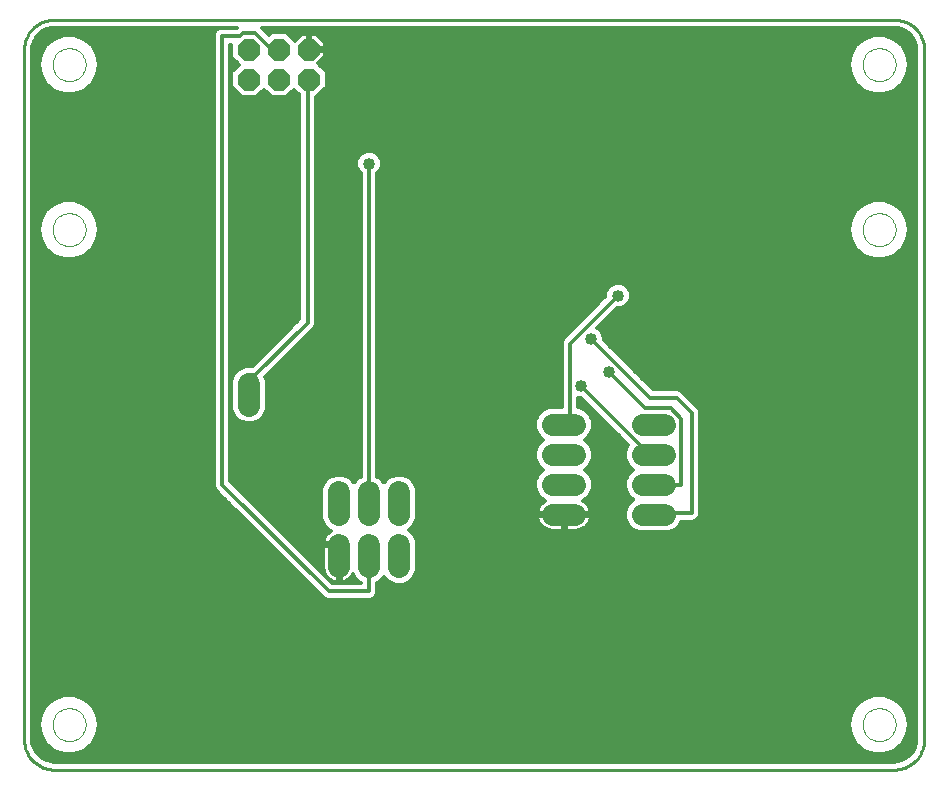
<source format=gtl>
G75*
G70*
%OFA0B0*%
%FSLAX24Y24*%
%IPPOS*%
%LPD*%
%AMOC8*
5,1,8,0,0,1.08239X$1,22.5*
%
%ADD10C,0.0100*%
%ADD11OC8,0.0740*%
%ADD12C,0.0000*%
%ADD13C,0.0740*%
%ADD14C,0.0120*%
%ADD15C,0.0400*%
D10*
X006000Y002913D02*
X006000Y025913D01*
X006002Y025973D01*
X006007Y026034D01*
X006016Y026093D01*
X006029Y026152D01*
X006045Y026211D01*
X006065Y026268D01*
X006088Y026323D01*
X006115Y026378D01*
X006144Y026430D01*
X006177Y026481D01*
X006213Y026530D01*
X006251Y026576D01*
X006293Y026620D01*
X006337Y026662D01*
X006383Y026700D01*
X006432Y026736D01*
X006483Y026769D01*
X006535Y026798D01*
X006590Y026825D01*
X006645Y026848D01*
X006702Y026868D01*
X006761Y026884D01*
X006820Y026897D01*
X006879Y026906D01*
X006940Y026911D01*
X007000Y026913D01*
X035000Y026913D01*
X035060Y026911D01*
X035121Y026906D01*
X035180Y026897D01*
X035239Y026884D01*
X035298Y026868D01*
X035355Y026848D01*
X035410Y026825D01*
X035465Y026798D01*
X035517Y026769D01*
X035568Y026736D01*
X035617Y026700D01*
X035663Y026662D01*
X035707Y026620D01*
X035749Y026576D01*
X035787Y026530D01*
X035823Y026481D01*
X035856Y026430D01*
X035885Y026378D01*
X035912Y026323D01*
X035935Y026268D01*
X035955Y026211D01*
X035971Y026152D01*
X035984Y026093D01*
X035993Y026034D01*
X035998Y025973D01*
X036000Y025913D01*
X036000Y002913D01*
X035998Y002853D01*
X035993Y002792D01*
X035984Y002733D01*
X035971Y002674D01*
X035955Y002615D01*
X035935Y002558D01*
X035912Y002503D01*
X035885Y002448D01*
X035856Y002396D01*
X035823Y002345D01*
X035787Y002296D01*
X035749Y002250D01*
X035707Y002206D01*
X035663Y002164D01*
X035617Y002126D01*
X035568Y002090D01*
X035517Y002057D01*
X035465Y002028D01*
X035410Y002001D01*
X035355Y001978D01*
X035298Y001958D01*
X035239Y001942D01*
X035180Y001929D01*
X035121Y001920D01*
X035060Y001915D01*
X035000Y001913D01*
X007000Y001913D01*
X006940Y001915D01*
X006879Y001920D01*
X006820Y001929D01*
X006761Y001942D01*
X006702Y001958D01*
X006645Y001978D01*
X006590Y002001D01*
X006535Y002028D01*
X006483Y002057D01*
X006432Y002090D01*
X006383Y002126D01*
X006337Y002164D01*
X006293Y002206D01*
X006251Y002250D01*
X006213Y002296D01*
X006177Y002345D01*
X006144Y002396D01*
X006115Y002448D01*
X006088Y002503D01*
X006065Y002558D01*
X006045Y002615D01*
X006029Y002674D01*
X006016Y002733D01*
X006007Y002792D01*
X006002Y002853D01*
X006000Y002913D01*
D11*
X013500Y024913D03*
X014500Y024913D03*
X015500Y024913D03*
X015500Y025913D03*
X014500Y025913D03*
X013500Y025913D03*
D12*
X006950Y025413D02*
X006952Y025460D01*
X006958Y025506D01*
X006968Y025552D01*
X006981Y025596D01*
X006999Y025640D01*
X007020Y025681D01*
X007044Y025721D01*
X007072Y025759D01*
X007103Y025794D01*
X007137Y025826D01*
X007173Y025855D01*
X007212Y025881D01*
X007252Y025904D01*
X007295Y025923D01*
X007339Y025939D01*
X007384Y025951D01*
X007430Y025959D01*
X007477Y025963D01*
X007523Y025963D01*
X007570Y025959D01*
X007616Y025951D01*
X007661Y025939D01*
X007705Y025923D01*
X007748Y025904D01*
X007788Y025881D01*
X007827Y025855D01*
X007863Y025826D01*
X007897Y025794D01*
X007928Y025759D01*
X007956Y025721D01*
X007980Y025681D01*
X008001Y025640D01*
X008019Y025596D01*
X008032Y025552D01*
X008042Y025506D01*
X008048Y025460D01*
X008050Y025413D01*
X008048Y025366D01*
X008042Y025320D01*
X008032Y025274D01*
X008019Y025230D01*
X008001Y025186D01*
X007980Y025145D01*
X007956Y025105D01*
X007928Y025067D01*
X007897Y025032D01*
X007863Y025000D01*
X007827Y024971D01*
X007788Y024945D01*
X007748Y024922D01*
X007705Y024903D01*
X007661Y024887D01*
X007616Y024875D01*
X007570Y024867D01*
X007523Y024863D01*
X007477Y024863D01*
X007430Y024867D01*
X007384Y024875D01*
X007339Y024887D01*
X007295Y024903D01*
X007252Y024922D01*
X007212Y024945D01*
X007173Y024971D01*
X007137Y025000D01*
X007103Y025032D01*
X007072Y025067D01*
X007044Y025105D01*
X007020Y025145D01*
X006999Y025186D01*
X006981Y025230D01*
X006968Y025274D01*
X006958Y025320D01*
X006952Y025366D01*
X006950Y025413D01*
X006950Y019913D02*
X006952Y019960D01*
X006958Y020006D01*
X006968Y020052D01*
X006981Y020096D01*
X006999Y020140D01*
X007020Y020181D01*
X007044Y020221D01*
X007072Y020259D01*
X007103Y020294D01*
X007137Y020326D01*
X007173Y020355D01*
X007212Y020381D01*
X007252Y020404D01*
X007295Y020423D01*
X007339Y020439D01*
X007384Y020451D01*
X007430Y020459D01*
X007477Y020463D01*
X007523Y020463D01*
X007570Y020459D01*
X007616Y020451D01*
X007661Y020439D01*
X007705Y020423D01*
X007748Y020404D01*
X007788Y020381D01*
X007827Y020355D01*
X007863Y020326D01*
X007897Y020294D01*
X007928Y020259D01*
X007956Y020221D01*
X007980Y020181D01*
X008001Y020140D01*
X008019Y020096D01*
X008032Y020052D01*
X008042Y020006D01*
X008048Y019960D01*
X008050Y019913D01*
X008048Y019866D01*
X008042Y019820D01*
X008032Y019774D01*
X008019Y019730D01*
X008001Y019686D01*
X007980Y019645D01*
X007956Y019605D01*
X007928Y019567D01*
X007897Y019532D01*
X007863Y019500D01*
X007827Y019471D01*
X007788Y019445D01*
X007748Y019422D01*
X007705Y019403D01*
X007661Y019387D01*
X007616Y019375D01*
X007570Y019367D01*
X007523Y019363D01*
X007477Y019363D01*
X007430Y019367D01*
X007384Y019375D01*
X007339Y019387D01*
X007295Y019403D01*
X007252Y019422D01*
X007212Y019445D01*
X007173Y019471D01*
X007137Y019500D01*
X007103Y019532D01*
X007072Y019567D01*
X007044Y019605D01*
X007020Y019645D01*
X006999Y019686D01*
X006981Y019730D01*
X006968Y019774D01*
X006958Y019820D01*
X006952Y019866D01*
X006950Y019913D01*
X006950Y003413D02*
X006952Y003460D01*
X006958Y003506D01*
X006968Y003552D01*
X006981Y003596D01*
X006999Y003640D01*
X007020Y003681D01*
X007044Y003721D01*
X007072Y003759D01*
X007103Y003794D01*
X007137Y003826D01*
X007173Y003855D01*
X007212Y003881D01*
X007252Y003904D01*
X007295Y003923D01*
X007339Y003939D01*
X007384Y003951D01*
X007430Y003959D01*
X007477Y003963D01*
X007523Y003963D01*
X007570Y003959D01*
X007616Y003951D01*
X007661Y003939D01*
X007705Y003923D01*
X007748Y003904D01*
X007788Y003881D01*
X007827Y003855D01*
X007863Y003826D01*
X007897Y003794D01*
X007928Y003759D01*
X007956Y003721D01*
X007980Y003681D01*
X008001Y003640D01*
X008019Y003596D01*
X008032Y003552D01*
X008042Y003506D01*
X008048Y003460D01*
X008050Y003413D01*
X008048Y003366D01*
X008042Y003320D01*
X008032Y003274D01*
X008019Y003230D01*
X008001Y003186D01*
X007980Y003145D01*
X007956Y003105D01*
X007928Y003067D01*
X007897Y003032D01*
X007863Y003000D01*
X007827Y002971D01*
X007788Y002945D01*
X007748Y002922D01*
X007705Y002903D01*
X007661Y002887D01*
X007616Y002875D01*
X007570Y002867D01*
X007523Y002863D01*
X007477Y002863D01*
X007430Y002867D01*
X007384Y002875D01*
X007339Y002887D01*
X007295Y002903D01*
X007252Y002922D01*
X007212Y002945D01*
X007173Y002971D01*
X007137Y003000D01*
X007103Y003032D01*
X007072Y003067D01*
X007044Y003105D01*
X007020Y003145D01*
X006999Y003186D01*
X006981Y003230D01*
X006968Y003274D01*
X006958Y003320D01*
X006952Y003366D01*
X006950Y003413D01*
X033950Y003413D02*
X033952Y003460D01*
X033958Y003506D01*
X033968Y003552D01*
X033981Y003596D01*
X033999Y003640D01*
X034020Y003681D01*
X034044Y003721D01*
X034072Y003759D01*
X034103Y003794D01*
X034137Y003826D01*
X034173Y003855D01*
X034212Y003881D01*
X034252Y003904D01*
X034295Y003923D01*
X034339Y003939D01*
X034384Y003951D01*
X034430Y003959D01*
X034477Y003963D01*
X034523Y003963D01*
X034570Y003959D01*
X034616Y003951D01*
X034661Y003939D01*
X034705Y003923D01*
X034748Y003904D01*
X034788Y003881D01*
X034827Y003855D01*
X034863Y003826D01*
X034897Y003794D01*
X034928Y003759D01*
X034956Y003721D01*
X034980Y003681D01*
X035001Y003640D01*
X035019Y003596D01*
X035032Y003552D01*
X035042Y003506D01*
X035048Y003460D01*
X035050Y003413D01*
X035048Y003366D01*
X035042Y003320D01*
X035032Y003274D01*
X035019Y003230D01*
X035001Y003186D01*
X034980Y003145D01*
X034956Y003105D01*
X034928Y003067D01*
X034897Y003032D01*
X034863Y003000D01*
X034827Y002971D01*
X034788Y002945D01*
X034748Y002922D01*
X034705Y002903D01*
X034661Y002887D01*
X034616Y002875D01*
X034570Y002867D01*
X034523Y002863D01*
X034477Y002863D01*
X034430Y002867D01*
X034384Y002875D01*
X034339Y002887D01*
X034295Y002903D01*
X034252Y002922D01*
X034212Y002945D01*
X034173Y002971D01*
X034137Y003000D01*
X034103Y003032D01*
X034072Y003067D01*
X034044Y003105D01*
X034020Y003145D01*
X033999Y003186D01*
X033981Y003230D01*
X033968Y003274D01*
X033958Y003320D01*
X033952Y003366D01*
X033950Y003413D01*
X033950Y019913D02*
X033952Y019960D01*
X033958Y020006D01*
X033968Y020052D01*
X033981Y020096D01*
X033999Y020140D01*
X034020Y020181D01*
X034044Y020221D01*
X034072Y020259D01*
X034103Y020294D01*
X034137Y020326D01*
X034173Y020355D01*
X034212Y020381D01*
X034252Y020404D01*
X034295Y020423D01*
X034339Y020439D01*
X034384Y020451D01*
X034430Y020459D01*
X034477Y020463D01*
X034523Y020463D01*
X034570Y020459D01*
X034616Y020451D01*
X034661Y020439D01*
X034705Y020423D01*
X034748Y020404D01*
X034788Y020381D01*
X034827Y020355D01*
X034863Y020326D01*
X034897Y020294D01*
X034928Y020259D01*
X034956Y020221D01*
X034980Y020181D01*
X035001Y020140D01*
X035019Y020096D01*
X035032Y020052D01*
X035042Y020006D01*
X035048Y019960D01*
X035050Y019913D01*
X035048Y019866D01*
X035042Y019820D01*
X035032Y019774D01*
X035019Y019730D01*
X035001Y019686D01*
X034980Y019645D01*
X034956Y019605D01*
X034928Y019567D01*
X034897Y019532D01*
X034863Y019500D01*
X034827Y019471D01*
X034788Y019445D01*
X034748Y019422D01*
X034705Y019403D01*
X034661Y019387D01*
X034616Y019375D01*
X034570Y019367D01*
X034523Y019363D01*
X034477Y019363D01*
X034430Y019367D01*
X034384Y019375D01*
X034339Y019387D01*
X034295Y019403D01*
X034252Y019422D01*
X034212Y019445D01*
X034173Y019471D01*
X034137Y019500D01*
X034103Y019532D01*
X034072Y019567D01*
X034044Y019605D01*
X034020Y019645D01*
X033999Y019686D01*
X033981Y019730D01*
X033968Y019774D01*
X033958Y019820D01*
X033952Y019866D01*
X033950Y019913D01*
X033950Y025413D02*
X033952Y025460D01*
X033958Y025506D01*
X033968Y025552D01*
X033981Y025596D01*
X033999Y025640D01*
X034020Y025681D01*
X034044Y025721D01*
X034072Y025759D01*
X034103Y025794D01*
X034137Y025826D01*
X034173Y025855D01*
X034212Y025881D01*
X034252Y025904D01*
X034295Y025923D01*
X034339Y025939D01*
X034384Y025951D01*
X034430Y025959D01*
X034477Y025963D01*
X034523Y025963D01*
X034570Y025959D01*
X034616Y025951D01*
X034661Y025939D01*
X034705Y025923D01*
X034748Y025904D01*
X034788Y025881D01*
X034827Y025855D01*
X034863Y025826D01*
X034897Y025794D01*
X034928Y025759D01*
X034956Y025721D01*
X034980Y025681D01*
X035001Y025640D01*
X035019Y025596D01*
X035032Y025552D01*
X035042Y025506D01*
X035048Y025460D01*
X035050Y025413D01*
X035048Y025366D01*
X035042Y025320D01*
X035032Y025274D01*
X035019Y025230D01*
X035001Y025186D01*
X034980Y025145D01*
X034956Y025105D01*
X034928Y025067D01*
X034897Y025032D01*
X034863Y025000D01*
X034827Y024971D01*
X034788Y024945D01*
X034748Y024922D01*
X034705Y024903D01*
X034661Y024887D01*
X034616Y024875D01*
X034570Y024867D01*
X034523Y024863D01*
X034477Y024863D01*
X034430Y024867D01*
X034384Y024875D01*
X034339Y024887D01*
X034295Y024903D01*
X034252Y024922D01*
X034212Y024945D01*
X034173Y024971D01*
X034137Y025000D01*
X034103Y025032D01*
X034072Y025067D01*
X034044Y025105D01*
X034020Y025145D01*
X033999Y025186D01*
X033981Y025230D01*
X033968Y025274D01*
X033958Y025320D01*
X033952Y025366D01*
X033950Y025413D01*
D13*
X027370Y013413D02*
X026630Y013413D01*
X026630Y012413D02*
X027370Y012413D01*
X027370Y011413D02*
X026630Y011413D01*
X026630Y010413D02*
X027370Y010413D01*
X024370Y010413D02*
X023630Y010413D01*
X023630Y011413D02*
X024370Y011413D01*
X024370Y012413D02*
X023630Y012413D01*
X023630Y013413D02*
X024370Y013413D01*
X018500Y011153D02*
X018500Y010413D01*
X017500Y010413D02*
X017500Y011153D01*
X016500Y011153D02*
X016500Y010413D01*
X016500Y009413D02*
X016500Y008673D01*
X017500Y008673D02*
X017500Y009413D01*
X018500Y009413D02*
X018500Y008673D01*
X013500Y014043D02*
X013500Y014783D01*
D14*
X013500Y015063D02*
X013500Y014413D01*
X014090Y014355D02*
X017220Y014355D01*
X017220Y014237D02*
X014090Y014237D01*
X014090Y014118D02*
X017220Y014118D01*
X017220Y014000D02*
X014090Y014000D01*
X014090Y013925D02*
X014090Y014900D01*
X014044Y015011D01*
X015609Y016575D01*
X015687Y016654D01*
X015730Y016757D01*
X015730Y024323D01*
X015744Y024323D01*
X016090Y024668D01*
X016090Y025157D01*
X015792Y025455D01*
X016030Y025693D01*
X016030Y025873D01*
X015540Y025873D01*
X015540Y025953D01*
X015460Y025953D01*
X015460Y026443D01*
X015280Y026443D01*
X015042Y026205D01*
X015043Y026205D01*
X015042Y026205D02*
X014744Y026503D01*
X014256Y026503D01*
X014156Y026403D01*
X013916Y026643D01*
X035000Y026643D01*
X035114Y026634D01*
X035331Y026563D01*
X035516Y026429D01*
X035650Y026244D01*
X035721Y026027D01*
X035730Y025913D01*
X035730Y002913D01*
X035721Y002798D01*
X035650Y002581D01*
X035516Y002396D01*
X035331Y002262D01*
X035114Y002192D01*
X035000Y002183D01*
X007000Y002183D01*
X006886Y002192D01*
X006669Y002262D01*
X006484Y002396D01*
X006350Y002581D01*
X006279Y002798D01*
X006270Y002913D01*
X006270Y025913D01*
X006279Y026027D01*
X006350Y026244D01*
X006484Y026429D01*
X006669Y026563D01*
X006886Y026634D01*
X007000Y026643D01*
X013084Y026643D01*
X013084Y026643D01*
X012544Y026643D01*
X012441Y026600D01*
X012363Y026521D01*
X012320Y026418D01*
X012320Y011357D01*
X012363Y011254D01*
X012441Y011175D01*
X015991Y007625D01*
X016094Y007583D01*
X017556Y007583D01*
X017659Y007625D01*
X017737Y007704D01*
X017780Y007807D01*
X017780Y008150D01*
X017834Y008172D01*
X018000Y008338D01*
X018166Y008172D01*
X018383Y008083D01*
X018617Y008083D01*
X018834Y008172D01*
X019000Y008338D01*
X019090Y008555D01*
X019090Y009530D01*
X019000Y009747D01*
X018834Y009913D01*
X019000Y010078D01*
X019090Y010295D01*
X019090Y011270D01*
X019000Y011487D01*
X018834Y011653D01*
X018617Y011743D01*
X018383Y011743D01*
X018166Y011653D01*
X018000Y011487D01*
X017834Y011653D01*
X017780Y011675D01*
X017780Y021799D01*
X017856Y021875D01*
X017920Y022029D01*
X017920Y022196D01*
X017856Y022351D01*
X017738Y022469D01*
X017584Y022533D01*
X017416Y022533D01*
X017262Y022469D01*
X017144Y022351D01*
X017080Y022196D01*
X017080Y022029D01*
X017144Y021875D01*
X017220Y021799D01*
X017220Y011675D01*
X017166Y011653D01*
X017000Y011487D01*
X016834Y011653D01*
X016617Y011743D01*
X016383Y011743D01*
X016166Y011653D01*
X016000Y011487D01*
X015910Y011270D01*
X015910Y010295D01*
X016000Y010078D01*
X016166Y009912D01*
X016247Y009879D01*
X016222Y009866D01*
X016155Y009817D01*
X016096Y009758D01*
X016047Y009690D01*
X016009Y009616D01*
X015983Y009537D01*
X015971Y009463D01*
X016450Y009463D01*
X016450Y009363D01*
X015970Y009363D01*
X015970Y008631D01*
X015983Y008549D01*
X015860Y008549D01*
X015983Y008549D02*
X016009Y008469D01*
X016047Y008395D01*
X016096Y008327D01*
X016155Y008268D01*
X016222Y008219D01*
X016297Y008181D01*
X016376Y008156D01*
X016450Y008144D01*
X016450Y009363D01*
X016550Y009363D01*
X016550Y008144D01*
X016624Y008156D01*
X016703Y008181D01*
X016778Y008219D01*
X016845Y008268D01*
X016904Y008327D01*
X016953Y008395D01*
X016966Y008420D01*
X017000Y008338D01*
X017166Y008172D01*
X017220Y008150D01*
X017220Y008143D01*
X016266Y008143D01*
X012880Y011529D01*
X012880Y026083D01*
X012910Y026083D01*
X012910Y025668D01*
X013166Y025413D01*
X012910Y025157D01*
X012910Y024668D01*
X013256Y024323D01*
X013744Y024323D01*
X014000Y024578D01*
X014256Y024323D01*
X014744Y024323D01*
X015000Y024578D01*
X015170Y024408D01*
X015170Y016929D01*
X013614Y015373D01*
X013383Y015373D01*
X013166Y015283D01*
X013000Y015117D01*
X012910Y014900D01*
X012910Y013925D01*
X013000Y013708D01*
X013166Y013542D01*
X013383Y013453D01*
X013617Y013453D01*
X013834Y013542D01*
X014000Y013708D01*
X014090Y013925D01*
X014072Y013881D02*
X017220Y013881D01*
X017220Y013763D02*
X014023Y013763D01*
X013936Y013644D02*
X017220Y013644D01*
X017220Y013526D02*
X013794Y013526D01*
X013206Y013526D02*
X012880Y013526D01*
X012880Y013644D02*
X013064Y013644D01*
X012977Y013763D02*
X012880Y013763D01*
X012880Y013881D02*
X012928Y013881D01*
X012910Y014000D02*
X012880Y014000D01*
X012880Y014118D02*
X012910Y014118D01*
X012910Y014237D02*
X012880Y014237D01*
X012880Y014355D02*
X012910Y014355D01*
X012910Y014474D02*
X012880Y014474D01*
X012880Y014592D02*
X012910Y014592D01*
X012910Y014711D02*
X012880Y014711D01*
X012880Y014829D02*
X012910Y014829D01*
X012930Y014948D02*
X012880Y014948D01*
X012880Y015066D02*
X012979Y015066D01*
X013068Y015185D02*
X012880Y015185D01*
X012880Y015303D02*
X013215Y015303D01*
X012880Y015422D02*
X013663Y015422D01*
X013782Y015540D02*
X012880Y015540D01*
X012880Y015659D02*
X013900Y015659D01*
X014019Y015777D02*
X012880Y015777D01*
X012880Y015896D02*
X014137Y015896D01*
X014256Y016014D02*
X012880Y016014D01*
X012880Y016133D02*
X014374Y016133D01*
X014493Y016251D02*
X012880Y016251D01*
X012880Y016370D02*
X014611Y016370D01*
X014730Y016488D02*
X012880Y016488D01*
X012880Y016607D02*
X014848Y016607D01*
X014967Y016725D02*
X012880Y016725D01*
X012880Y016844D02*
X015085Y016844D01*
X015170Y016962D02*
X012880Y016962D01*
X012880Y017081D02*
X015170Y017081D01*
X015170Y017199D02*
X012880Y017199D01*
X012880Y017318D02*
X015170Y017318D01*
X015170Y017436D02*
X012880Y017436D01*
X012880Y017555D02*
X015170Y017555D01*
X015170Y017673D02*
X012880Y017673D01*
X012880Y017792D02*
X015170Y017792D01*
X015170Y017910D02*
X012880Y017910D01*
X012880Y018029D02*
X015170Y018029D01*
X015170Y018147D02*
X012880Y018147D01*
X012880Y018266D02*
X015170Y018266D01*
X015170Y018384D02*
X012880Y018384D01*
X012880Y018503D02*
X015170Y018503D01*
X015170Y018621D02*
X012880Y018621D01*
X012880Y018740D02*
X015170Y018740D01*
X015170Y018858D02*
X012880Y018858D01*
X012880Y018977D02*
X015170Y018977D01*
X015170Y019095D02*
X012880Y019095D01*
X012880Y019214D02*
X015170Y019214D01*
X015170Y019332D02*
X012880Y019332D01*
X012880Y019451D02*
X015170Y019451D01*
X015170Y019569D02*
X012880Y019569D01*
X012880Y019688D02*
X015170Y019688D01*
X015170Y019806D02*
X012880Y019806D01*
X012880Y019925D02*
X015170Y019925D01*
X015170Y020043D02*
X012880Y020043D01*
X012880Y020162D02*
X015170Y020162D01*
X015170Y020280D02*
X012880Y020280D01*
X012880Y020399D02*
X015170Y020399D01*
X015170Y020517D02*
X012880Y020517D01*
X012880Y020636D02*
X015170Y020636D01*
X015170Y020754D02*
X012880Y020754D01*
X012880Y020873D02*
X015170Y020873D01*
X015170Y020991D02*
X012880Y020991D01*
X012880Y021110D02*
X015170Y021110D01*
X015170Y021228D02*
X012880Y021228D01*
X012880Y021347D02*
X015170Y021347D01*
X015170Y021465D02*
X012880Y021465D01*
X012880Y021584D02*
X015170Y021584D01*
X015170Y021702D02*
X012880Y021702D01*
X012880Y021821D02*
X015170Y021821D01*
X015170Y021939D02*
X012880Y021939D01*
X012880Y022058D02*
X015170Y022058D01*
X015170Y022176D02*
X012880Y022176D01*
X012880Y022295D02*
X015170Y022295D01*
X015170Y022413D02*
X012880Y022413D01*
X012880Y022532D02*
X015170Y022532D01*
X015170Y022650D02*
X012880Y022650D01*
X012880Y022769D02*
X015170Y022769D01*
X015170Y022887D02*
X012880Y022887D01*
X012880Y023006D02*
X015170Y023006D01*
X015170Y023124D02*
X012880Y023124D01*
X012880Y023243D02*
X015170Y023243D01*
X015170Y023361D02*
X012880Y023361D01*
X012880Y023480D02*
X015170Y023480D01*
X015170Y023598D02*
X012880Y023598D01*
X012880Y023717D02*
X015170Y023717D01*
X015170Y023835D02*
X012880Y023835D01*
X012880Y023954D02*
X015170Y023954D01*
X015170Y024072D02*
X012880Y024072D01*
X012880Y024191D02*
X015170Y024191D01*
X015170Y024309D02*
X012880Y024309D01*
X012880Y024428D02*
X013151Y024428D01*
X013032Y024546D02*
X012880Y024546D01*
X012880Y024665D02*
X012914Y024665D01*
X012910Y024783D02*
X012880Y024783D01*
X012880Y024902D02*
X012910Y024902D01*
X012910Y025020D02*
X012880Y025020D01*
X012880Y025139D02*
X012910Y025139D01*
X012880Y025257D02*
X013010Y025257D01*
X013129Y025376D02*
X012880Y025376D01*
X012880Y025494D02*
X013084Y025494D01*
X012966Y025613D02*
X012880Y025613D01*
X012880Y025731D02*
X012910Y025731D01*
X012910Y025850D02*
X012880Y025850D01*
X012880Y025968D02*
X012910Y025968D01*
X012320Y025968D02*
X008322Y025968D01*
X008270Y026059D02*
X008270Y026059D01*
X008003Y026283D01*
X008003Y026283D01*
X007675Y026403D01*
X007325Y026403D01*
X006997Y026283D01*
X006730Y026059D01*
X006730Y026059D01*
X006730Y026059D01*
X006555Y025756D01*
X006495Y025413D01*
X006555Y025069D01*
X006730Y024766D01*
X006997Y024542D01*
X006997Y024542D01*
X007325Y024423D01*
X007552Y024423D01*
X007675Y024423D01*
X008003Y024542D01*
X008270Y024766D01*
X008270Y024766D01*
X008270Y024766D01*
X008445Y025069D01*
X008505Y025413D01*
X008445Y025756D01*
X008270Y026059D01*
X008237Y026087D02*
X012320Y026087D01*
X012320Y026205D02*
X008096Y026205D01*
X007891Y026324D02*
X012320Y026324D01*
X012330Y026442D02*
X006502Y026442D01*
X006407Y026324D02*
X007109Y026324D01*
X006997Y026283D02*
X006997Y026283D01*
X006904Y026205D02*
X006337Y026205D01*
X006298Y026087D02*
X006763Y026087D01*
X006678Y025968D02*
X006274Y025968D01*
X006270Y025850D02*
X006609Y025850D01*
X006555Y025756D02*
X006555Y025756D01*
X006551Y025731D02*
X006270Y025731D01*
X006270Y025613D02*
X006530Y025613D01*
X006509Y025494D02*
X006270Y025494D01*
X006270Y025376D02*
X006501Y025376D01*
X006495Y025413D02*
X006495Y025413D01*
X006522Y025257D02*
X006270Y025257D01*
X006270Y025139D02*
X006543Y025139D01*
X006555Y025069D02*
X006555Y025069D01*
X006583Y025020D02*
X006270Y025020D01*
X006270Y024902D02*
X006652Y024902D01*
X006720Y024783D02*
X006270Y024783D01*
X006270Y024665D02*
X006851Y024665D01*
X006730Y024766D02*
X006730Y024766D01*
X006992Y024546D02*
X006270Y024546D01*
X006270Y024428D02*
X007312Y024428D01*
X007675Y024423D02*
X007675Y024423D01*
X007688Y024428D02*
X012320Y024428D01*
X012320Y024546D02*
X008008Y024546D01*
X008003Y024542D02*
X008003Y024542D01*
X008149Y024665D02*
X012320Y024665D01*
X012320Y024783D02*
X008280Y024783D01*
X008348Y024902D02*
X012320Y024902D01*
X012320Y025020D02*
X008417Y025020D01*
X008445Y025069D02*
X008445Y025069D01*
X008457Y025139D02*
X012320Y025139D01*
X012320Y025257D02*
X008478Y025257D01*
X008499Y025376D02*
X012320Y025376D01*
X012320Y025494D02*
X008491Y025494D01*
X008505Y025413D02*
X008505Y025413D01*
X008470Y025613D02*
X012320Y025613D01*
X012320Y025731D02*
X008449Y025731D01*
X008445Y025756D02*
X008445Y025756D01*
X008391Y025850D02*
X012320Y025850D01*
X012600Y026363D02*
X013200Y026363D01*
X013300Y026463D01*
X013700Y026463D01*
X014250Y025913D01*
X014500Y025913D01*
X014923Y026324D02*
X015162Y026324D01*
X015280Y026442D02*
X014805Y026442D01*
X014195Y026442D02*
X014116Y026442D01*
X013998Y026561D02*
X035335Y026561D01*
X035498Y026442D02*
X015720Y026442D01*
X015720Y026443D02*
X015540Y026443D01*
X015540Y025953D01*
X016030Y025953D01*
X016030Y026132D01*
X015720Y026443D01*
X015838Y026324D02*
X034109Y026324D01*
X033997Y026283D02*
X033997Y026283D01*
X033730Y026059D01*
X033730Y026059D01*
X033730Y026059D01*
X033555Y025756D01*
X033495Y025413D01*
X033555Y025069D01*
X033730Y024766D01*
X033997Y024542D01*
X033997Y024542D01*
X034325Y024423D01*
X034552Y024423D01*
X034675Y024423D01*
X035003Y024542D01*
X035270Y024766D01*
X035270Y024766D01*
X035270Y024766D01*
X035445Y025069D01*
X035505Y025413D01*
X035445Y025756D01*
X035270Y026059D01*
X035003Y026283D01*
X035003Y026283D01*
X034675Y026403D01*
X034325Y026403D01*
X033997Y026283D01*
X033904Y026205D02*
X015957Y026205D01*
X016030Y026087D02*
X033763Y026087D01*
X033678Y025968D02*
X016030Y025968D01*
X016030Y025850D02*
X033609Y025850D01*
X033555Y025756D02*
X033555Y025756D01*
X033551Y025731D02*
X016030Y025731D01*
X015950Y025613D02*
X033530Y025613D01*
X033509Y025494D02*
X015831Y025494D01*
X015871Y025376D02*
X033501Y025376D01*
X033495Y025413D02*
X033495Y025413D01*
X033522Y025257D02*
X015990Y025257D01*
X016090Y025139D02*
X033543Y025139D01*
X033555Y025069D02*
X033555Y025069D01*
X033583Y025020D02*
X016090Y025020D01*
X016090Y024902D02*
X033652Y024902D01*
X033720Y024783D02*
X016090Y024783D01*
X016086Y024665D02*
X033851Y024665D01*
X033730Y024766D02*
X033730Y024766D01*
X033992Y024546D02*
X015968Y024546D01*
X015849Y024428D02*
X034312Y024428D01*
X034675Y024423D02*
X034675Y024423D01*
X034688Y024428D02*
X035730Y024428D01*
X035730Y024546D02*
X035008Y024546D01*
X035003Y024542D02*
X035003Y024542D01*
X035149Y024665D02*
X035730Y024665D01*
X035730Y024783D02*
X035280Y024783D01*
X035348Y024902D02*
X035730Y024902D01*
X035730Y025020D02*
X035417Y025020D01*
X035445Y025069D02*
X035445Y025069D01*
X035457Y025139D02*
X035730Y025139D01*
X035730Y025257D02*
X035478Y025257D01*
X035499Y025376D02*
X035730Y025376D01*
X035730Y025494D02*
X035491Y025494D01*
X035505Y025413D02*
X035505Y025413D01*
X035470Y025613D02*
X035730Y025613D01*
X035730Y025731D02*
X035449Y025731D01*
X035445Y025756D02*
X035445Y025756D01*
X035391Y025850D02*
X035730Y025850D01*
X035726Y025968D02*
X035322Y025968D01*
X035270Y026059D02*
X035270Y026059D01*
X035237Y026087D02*
X035702Y026087D01*
X035663Y026205D02*
X035096Y026205D01*
X034891Y026324D02*
X035593Y026324D01*
X035730Y024309D02*
X015730Y024309D01*
X015730Y024191D02*
X035730Y024191D01*
X035730Y024072D02*
X015730Y024072D01*
X015730Y023954D02*
X035730Y023954D01*
X035730Y023835D02*
X015730Y023835D01*
X015730Y023717D02*
X035730Y023717D01*
X035730Y023598D02*
X015730Y023598D01*
X015730Y023480D02*
X035730Y023480D01*
X035730Y023361D02*
X015730Y023361D01*
X015730Y023243D02*
X035730Y023243D01*
X035730Y023124D02*
X015730Y023124D01*
X015730Y023006D02*
X035730Y023006D01*
X035730Y022887D02*
X015730Y022887D01*
X015730Y022769D02*
X035730Y022769D01*
X035730Y022650D02*
X015730Y022650D01*
X015730Y022532D02*
X017414Y022532D01*
X017586Y022532D02*
X035730Y022532D01*
X035730Y022413D02*
X017793Y022413D01*
X017879Y022295D02*
X035730Y022295D01*
X035730Y022176D02*
X017920Y022176D01*
X017920Y022058D02*
X035730Y022058D01*
X035730Y021939D02*
X017883Y021939D01*
X017802Y021821D02*
X035730Y021821D01*
X035730Y021702D02*
X017780Y021702D01*
X017780Y021584D02*
X035730Y021584D01*
X035730Y021465D02*
X017780Y021465D01*
X017780Y021347D02*
X035730Y021347D01*
X035730Y021228D02*
X017780Y021228D01*
X017780Y021110D02*
X035730Y021110D01*
X035730Y020991D02*
X017780Y020991D01*
X017780Y020873D02*
X034243Y020873D01*
X034325Y020903D02*
X033997Y020783D01*
X033730Y020559D01*
X033730Y020559D01*
X033730Y020559D01*
X033555Y020256D01*
X033495Y019913D01*
X033555Y019569D01*
X017780Y019569D01*
X017780Y019451D02*
X033624Y019451D01*
X033555Y019569D02*
X033730Y019266D01*
X033997Y019042D01*
X033997Y019042D01*
X034325Y018923D01*
X034448Y018923D01*
X034675Y018923D01*
X035003Y019042D01*
X035270Y019266D01*
X035270Y019266D01*
X035270Y019266D01*
X035445Y019569D01*
X035730Y019569D01*
X035730Y019451D02*
X035376Y019451D01*
X035445Y019569D02*
X035445Y019569D01*
X035505Y019913D01*
X035445Y020256D01*
X035270Y020559D01*
X035003Y020783D01*
X035003Y020783D01*
X034675Y020903D01*
X034325Y020903D01*
X033997Y020783D02*
X033997Y020783D01*
X033963Y020754D02*
X017780Y020754D01*
X017780Y020636D02*
X033822Y020636D01*
X033706Y020517D02*
X017780Y020517D01*
X017780Y020399D02*
X033637Y020399D01*
X033569Y020280D02*
X017780Y020280D01*
X017780Y020162D02*
X033539Y020162D01*
X033555Y020256D02*
X033555Y020256D01*
X033518Y020043D02*
X017780Y020043D01*
X017780Y019925D02*
X033497Y019925D01*
X033495Y019913D02*
X033495Y019913D01*
X033513Y019806D02*
X017780Y019806D01*
X017780Y019688D02*
X033534Y019688D01*
X033555Y019569D02*
X033555Y019569D01*
X033692Y019332D02*
X017780Y019332D01*
X017780Y019214D02*
X033793Y019214D01*
X033730Y019266D02*
X033730Y019266D01*
X033934Y019095D02*
X017780Y019095D01*
X017780Y018977D02*
X034177Y018977D01*
X034823Y018977D02*
X035730Y018977D01*
X035730Y019095D02*
X035066Y019095D01*
X035003Y019042D02*
X035003Y019042D01*
X035207Y019214D02*
X035730Y019214D01*
X035730Y019332D02*
X035308Y019332D01*
X035466Y019688D02*
X035730Y019688D01*
X035730Y019806D02*
X035486Y019806D01*
X035505Y019913D02*
X035505Y019913D01*
X035503Y019925D02*
X035730Y019925D01*
X035730Y020043D02*
X035482Y020043D01*
X035461Y020162D02*
X035730Y020162D01*
X035730Y020280D02*
X035431Y020280D01*
X035445Y020256D02*
X035445Y020256D01*
X035363Y020399D02*
X035730Y020399D01*
X035730Y020517D02*
X035294Y020517D01*
X035270Y020559D02*
X035270Y020559D01*
X035178Y020636D02*
X035730Y020636D01*
X035730Y020754D02*
X035037Y020754D01*
X034757Y020873D02*
X035730Y020873D01*
X035730Y018858D02*
X017780Y018858D01*
X017780Y018740D02*
X035730Y018740D01*
X035730Y018621D02*
X017780Y018621D01*
X017780Y018503D02*
X035730Y018503D01*
X035730Y018384D02*
X017780Y018384D01*
X017780Y018266D02*
X035730Y018266D01*
X035730Y018147D02*
X017780Y018147D01*
X017780Y018029D02*
X025522Y018029D01*
X025562Y018069D02*
X025444Y017951D01*
X025380Y017796D01*
X025380Y017689D01*
X024041Y016350D01*
X023963Y016271D01*
X023920Y016168D01*
X023920Y014003D01*
X023513Y014003D01*
X023296Y013913D01*
X023130Y013747D01*
X023040Y013530D01*
X023040Y013295D01*
X023130Y013078D01*
X023296Y012913D01*
X023130Y012747D01*
X023040Y012530D01*
X023040Y012295D01*
X023130Y012078D01*
X023296Y011913D01*
X023130Y011747D01*
X023040Y011530D01*
X023040Y011295D01*
X023130Y011078D01*
X023296Y010912D01*
X023377Y010879D01*
X023352Y010866D01*
X023285Y010817D01*
X023226Y010758D01*
X023177Y010690D01*
X023139Y010616D01*
X023113Y010537D01*
X023101Y010463D01*
X023950Y010463D01*
X023950Y010363D01*
X023101Y010363D01*
X023113Y010289D01*
X023139Y010209D01*
X023177Y010135D01*
X023226Y010067D01*
X023285Y010008D01*
X023352Y009959D01*
X023427Y009921D01*
X023506Y009896D01*
X023588Y009883D01*
X023950Y009883D01*
X023950Y010363D01*
X024050Y010363D01*
X024050Y010463D01*
X024899Y010463D01*
X024887Y010537D01*
X024861Y010616D01*
X024823Y010690D01*
X024774Y010758D01*
X024715Y010817D01*
X024648Y010866D01*
X024623Y010879D01*
X024704Y010912D01*
X024870Y011078D01*
X024960Y011295D01*
X024960Y011530D01*
X024870Y011747D01*
X024704Y011913D01*
X024870Y012078D01*
X024960Y012295D01*
X024960Y012530D01*
X024870Y012747D01*
X024704Y012913D01*
X024870Y013078D01*
X024960Y013295D01*
X024960Y013530D01*
X024870Y013747D01*
X024704Y013913D01*
X024487Y014003D01*
X024480Y014003D01*
X024480Y014293D01*
X024574Y014293D01*
X026127Y012740D01*
X026040Y012530D01*
X026040Y012295D01*
X026130Y012078D01*
X026296Y011913D01*
X026130Y011747D01*
X026040Y011530D01*
X026040Y011295D01*
X026130Y011078D01*
X026296Y010913D01*
X026130Y010747D01*
X026040Y010530D01*
X026040Y010295D01*
X026130Y010078D01*
X026296Y009912D01*
X026513Y009823D01*
X027487Y009823D01*
X027704Y009912D01*
X027870Y010078D01*
X027913Y010183D01*
X028306Y010183D01*
X028409Y010225D01*
X028487Y010304D01*
X028530Y010407D01*
X028530Y013868D01*
X028487Y013971D01*
X028409Y014050D01*
X027909Y014550D01*
X027806Y014593D01*
X026966Y014593D01*
X025320Y016239D01*
X025320Y016346D01*
X025256Y016501D01*
X025138Y016619D01*
X025113Y016629D01*
X025776Y017293D01*
X025884Y017293D01*
X026038Y017357D01*
X026156Y017475D01*
X026220Y017629D01*
X026220Y017796D01*
X026156Y017951D01*
X026038Y018069D01*
X025884Y018133D01*
X025716Y018133D01*
X025562Y018069D01*
X025427Y017910D02*
X017780Y017910D01*
X017780Y017792D02*
X025380Y017792D01*
X025365Y017673D02*
X017780Y017673D01*
X017780Y017555D02*
X025246Y017555D01*
X025128Y017436D02*
X017780Y017436D01*
X017780Y017318D02*
X025009Y017318D01*
X024891Y017199D02*
X017780Y017199D01*
X017780Y017081D02*
X024772Y017081D01*
X024654Y016962D02*
X017780Y016962D01*
X017780Y016844D02*
X024535Y016844D01*
X024417Y016725D02*
X017780Y016725D01*
X017780Y016607D02*
X024298Y016607D01*
X024180Y016488D02*
X017780Y016488D01*
X017780Y016370D02*
X024061Y016370D01*
X023954Y016251D02*
X017780Y016251D01*
X017780Y016133D02*
X023920Y016133D01*
X023920Y016014D02*
X017780Y016014D01*
X017780Y015896D02*
X023920Y015896D01*
X023920Y015777D02*
X017780Y015777D01*
X017780Y015659D02*
X023920Y015659D01*
X023920Y015540D02*
X017780Y015540D01*
X017780Y015422D02*
X023920Y015422D01*
X023920Y015303D02*
X017780Y015303D01*
X017780Y015185D02*
X023920Y015185D01*
X023920Y015066D02*
X017780Y015066D01*
X017780Y014948D02*
X023920Y014948D01*
X023920Y014829D02*
X017780Y014829D01*
X017780Y014711D02*
X023920Y014711D01*
X023920Y014592D02*
X017780Y014592D01*
X017780Y014474D02*
X023920Y014474D01*
X023920Y014355D02*
X017780Y014355D01*
X017780Y014237D02*
X023920Y014237D01*
X023920Y014118D02*
X017780Y014118D01*
X017780Y014000D02*
X023505Y014000D01*
X023264Y013881D02*
X017780Y013881D01*
X017780Y013763D02*
X023146Y013763D01*
X023087Y013644D02*
X017780Y013644D01*
X017780Y013526D02*
X023040Y013526D01*
X023040Y013407D02*
X017780Y013407D01*
X017780Y013289D02*
X023043Y013289D01*
X023092Y013170D02*
X017780Y013170D01*
X017780Y013052D02*
X023157Y013052D01*
X023275Y012933D02*
X017780Y012933D01*
X017780Y012815D02*
X023198Y012815D01*
X023109Y012696D02*
X017780Y012696D01*
X017780Y012578D02*
X023060Y012578D01*
X023040Y012459D02*
X017780Y012459D01*
X017780Y012341D02*
X023040Y012341D01*
X023070Y012222D02*
X017780Y012222D01*
X017780Y012104D02*
X023119Y012104D01*
X023223Y011985D02*
X017780Y011985D01*
X017780Y011867D02*
X023250Y011867D01*
X023131Y011748D02*
X017780Y011748D01*
X017857Y011630D02*
X018143Y011630D01*
X018024Y011511D02*
X017976Y011511D01*
X017220Y011748D02*
X012880Y011748D01*
X012880Y011630D02*
X016143Y011630D01*
X016024Y011511D02*
X012897Y011511D01*
X013016Y011393D02*
X015961Y011393D01*
X015912Y011274D02*
X013134Y011274D01*
X013253Y011156D02*
X015910Y011156D01*
X015910Y011037D02*
X013371Y011037D01*
X013490Y010919D02*
X015910Y010919D01*
X015910Y010800D02*
X013608Y010800D01*
X013727Y010682D02*
X015910Y010682D01*
X015910Y010563D02*
X013845Y010563D01*
X013964Y010445D02*
X015910Y010445D01*
X015910Y010326D02*
X014082Y010326D01*
X014201Y010208D02*
X015946Y010208D01*
X015995Y010089D02*
X014319Y010089D01*
X014438Y009971D02*
X016108Y009971D01*
X016203Y009852D02*
X014556Y009852D01*
X014675Y009734D02*
X016078Y009734D01*
X016009Y009615D02*
X014793Y009615D01*
X014912Y009497D02*
X015977Y009497D01*
X015970Y009260D02*
X015149Y009260D01*
X015030Y009378D02*
X016450Y009378D01*
X016450Y009260D02*
X016550Y009260D01*
X016550Y009141D02*
X016450Y009141D01*
X016450Y009023D02*
X016550Y009023D01*
X016550Y008904D02*
X016450Y008904D01*
X016450Y008786D02*
X016550Y008786D01*
X016550Y008667D02*
X016450Y008667D01*
X016450Y008549D02*
X016550Y008549D01*
X016550Y008430D02*
X016450Y008430D01*
X016450Y008312D02*
X016550Y008312D01*
X016550Y008193D02*
X016450Y008193D01*
X016274Y008193D02*
X016215Y008193D01*
X016111Y008312D02*
X016097Y008312D01*
X016029Y008430D02*
X015978Y008430D01*
X015970Y008667D02*
X015741Y008667D01*
X015623Y008786D02*
X015970Y008786D01*
X015970Y008904D02*
X015504Y008904D01*
X015386Y009023D02*
X015970Y009023D01*
X015970Y009141D02*
X015267Y009141D01*
X014831Y008786D02*
X006270Y008786D01*
X006270Y008904D02*
X014713Y008904D01*
X014594Y009023D02*
X006270Y009023D01*
X006270Y009141D02*
X014476Y009141D01*
X014357Y009260D02*
X006270Y009260D01*
X006270Y009378D02*
X014239Y009378D01*
X014120Y009497D02*
X006270Y009497D01*
X006270Y009615D02*
X014002Y009615D01*
X013883Y009734D02*
X006270Y009734D01*
X006270Y009852D02*
X013765Y009852D01*
X013646Y009971D02*
X006270Y009971D01*
X006270Y010089D02*
X013528Y010089D01*
X013409Y010208D02*
X006270Y010208D01*
X006270Y010326D02*
X013291Y010326D01*
X013172Y010445D02*
X006270Y010445D01*
X006270Y010563D02*
X013054Y010563D01*
X012935Y010682D02*
X006270Y010682D01*
X006270Y010800D02*
X012817Y010800D01*
X012698Y010919D02*
X006270Y010919D01*
X006270Y011037D02*
X012580Y011037D01*
X012461Y011156D02*
X006270Y011156D01*
X006270Y011274D02*
X012354Y011274D01*
X012320Y011393D02*
X006270Y011393D01*
X006270Y011511D02*
X012320Y011511D01*
X012320Y011630D02*
X006270Y011630D01*
X006270Y011748D02*
X012320Y011748D01*
X012320Y011867D02*
X006270Y011867D01*
X006270Y011985D02*
X012320Y011985D01*
X012320Y012104D02*
X006270Y012104D01*
X006270Y012222D02*
X012320Y012222D01*
X012320Y012341D02*
X006270Y012341D01*
X006270Y012459D02*
X012320Y012459D01*
X012320Y012578D02*
X006270Y012578D01*
X006270Y012696D02*
X012320Y012696D01*
X012320Y012815D02*
X006270Y012815D01*
X006270Y012933D02*
X012320Y012933D01*
X012320Y013052D02*
X006270Y013052D01*
X006270Y013170D02*
X012320Y013170D01*
X012320Y013289D02*
X006270Y013289D01*
X006270Y013407D02*
X012320Y013407D01*
X012320Y013526D02*
X006270Y013526D01*
X006270Y013644D02*
X012320Y013644D01*
X012320Y013763D02*
X006270Y013763D01*
X006270Y013881D02*
X012320Y013881D01*
X012320Y014000D02*
X006270Y014000D01*
X006270Y014118D02*
X012320Y014118D01*
X012320Y014237D02*
X006270Y014237D01*
X006270Y014355D02*
X012320Y014355D01*
X012320Y014474D02*
X006270Y014474D01*
X006270Y014592D02*
X012320Y014592D01*
X012320Y014711D02*
X006270Y014711D01*
X006270Y014829D02*
X012320Y014829D01*
X012320Y014948D02*
X006270Y014948D01*
X006270Y015066D02*
X012320Y015066D01*
X012320Y015185D02*
X006270Y015185D01*
X006270Y015303D02*
X012320Y015303D01*
X012320Y015422D02*
X006270Y015422D01*
X006270Y015540D02*
X012320Y015540D01*
X012320Y015659D02*
X006270Y015659D01*
X006270Y015777D02*
X012320Y015777D01*
X012320Y015896D02*
X006270Y015896D01*
X006270Y016014D02*
X012320Y016014D01*
X012320Y016133D02*
X006270Y016133D01*
X006270Y016251D02*
X012320Y016251D01*
X012320Y016370D02*
X006270Y016370D01*
X006270Y016488D02*
X012320Y016488D01*
X012320Y016607D02*
X006270Y016607D01*
X006270Y016725D02*
X012320Y016725D01*
X012320Y016844D02*
X006270Y016844D01*
X006270Y016962D02*
X012320Y016962D01*
X012320Y017081D02*
X006270Y017081D01*
X006270Y017199D02*
X012320Y017199D01*
X012320Y017318D02*
X006270Y017318D01*
X006270Y017436D02*
X012320Y017436D01*
X012320Y017555D02*
X006270Y017555D01*
X006270Y017673D02*
X012320Y017673D01*
X012320Y017792D02*
X006270Y017792D01*
X006270Y017910D02*
X012320Y017910D01*
X012320Y018029D02*
X006270Y018029D01*
X006270Y018147D02*
X012320Y018147D01*
X012320Y018266D02*
X006270Y018266D01*
X006270Y018384D02*
X012320Y018384D01*
X012320Y018503D02*
X006270Y018503D01*
X006270Y018621D02*
X012320Y018621D01*
X012320Y018740D02*
X006270Y018740D01*
X006270Y018858D02*
X012320Y018858D01*
X012320Y018977D02*
X007823Y018977D01*
X007675Y018923D02*
X008003Y019042D01*
X008270Y019266D01*
X008270Y019266D01*
X008270Y019266D01*
X008445Y019569D01*
X012320Y019569D01*
X012320Y019451D02*
X008376Y019451D01*
X008445Y019569D02*
X008445Y019569D01*
X008505Y019913D01*
X008445Y020256D01*
X008270Y020559D01*
X008003Y020783D01*
X008003Y020783D01*
X007675Y020903D01*
X007325Y020903D01*
X006997Y020783D01*
X006730Y020559D01*
X006730Y020559D01*
X006730Y020559D01*
X006555Y020256D01*
X006495Y019913D01*
X006555Y019569D01*
X006270Y019569D01*
X006270Y019451D02*
X006624Y019451D01*
X006555Y019569D02*
X006730Y019266D01*
X006997Y019042D01*
X006997Y019042D01*
X007325Y018923D01*
X007552Y018923D01*
X007675Y018923D01*
X007675Y018923D01*
X008003Y019042D02*
X008003Y019042D01*
X008066Y019095D02*
X012320Y019095D01*
X012320Y019214D02*
X008207Y019214D01*
X008308Y019332D02*
X012320Y019332D01*
X012320Y019688D02*
X008466Y019688D01*
X008486Y019806D02*
X012320Y019806D01*
X012320Y019925D02*
X008503Y019925D01*
X008505Y019913D02*
X008505Y019913D01*
X008482Y020043D02*
X012320Y020043D01*
X012320Y020162D02*
X008461Y020162D01*
X008445Y020256D02*
X008445Y020256D01*
X008431Y020280D02*
X012320Y020280D01*
X012320Y020399D02*
X008363Y020399D01*
X008294Y020517D02*
X012320Y020517D01*
X012320Y020636D02*
X008178Y020636D01*
X008270Y020559D02*
X008270Y020559D01*
X008037Y020754D02*
X012320Y020754D01*
X012320Y020873D02*
X007757Y020873D01*
X007243Y020873D02*
X006270Y020873D01*
X006270Y020991D02*
X012320Y020991D01*
X012320Y021110D02*
X006270Y021110D01*
X006270Y021228D02*
X012320Y021228D01*
X012320Y021347D02*
X006270Y021347D01*
X006270Y021465D02*
X012320Y021465D01*
X012320Y021584D02*
X006270Y021584D01*
X006270Y021702D02*
X012320Y021702D01*
X012320Y021821D02*
X006270Y021821D01*
X006270Y021939D02*
X012320Y021939D01*
X012320Y022058D02*
X006270Y022058D01*
X006270Y022176D02*
X012320Y022176D01*
X012320Y022295D02*
X006270Y022295D01*
X006270Y022413D02*
X012320Y022413D01*
X012320Y022532D02*
X006270Y022532D01*
X006270Y022650D02*
X012320Y022650D01*
X012320Y022769D02*
X006270Y022769D01*
X006270Y022887D02*
X012320Y022887D01*
X012320Y023006D02*
X006270Y023006D01*
X006270Y023124D02*
X012320Y023124D01*
X012320Y023243D02*
X006270Y023243D01*
X006270Y023361D02*
X012320Y023361D01*
X012320Y023480D02*
X006270Y023480D01*
X006270Y023598D02*
X012320Y023598D01*
X012320Y023717D02*
X006270Y023717D01*
X006270Y023835D02*
X012320Y023835D01*
X012320Y023954D02*
X006270Y023954D01*
X006270Y024072D02*
X012320Y024072D01*
X012320Y024191D02*
X006270Y024191D01*
X006270Y024309D02*
X012320Y024309D01*
X013849Y024428D02*
X014151Y024428D01*
X014032Y024546D02*
X013968Y024546D01*
X014849Y024428D02*
X015151Y024428D01*
X015032Y024546D02*
X014968Y024546D01*
X015450Y024913D02*
X015500Y024913D01*
X015450Y024913D02*
X015450Y016813D01*
X013700Y015063D01*
X013500Y015063D01*
X014070Y014948D02*
X017220Y014948D01*
X017220Y015066D02*
X014100Y015066D01*
X014218Y015185D02*
X017220Y015185D01*
X017220Y015303D02*
X014337Y015303D01*
X014455Y015422D02*
X017220Y015422D01*
X017220Y015540D02*
X014574Y015540D01*
X014692Y015659D02*
X017220Y015659D01*
X017220Y015777D02*
X014811Y015777D01*
X014929Y015896D02*
X017220Y015896D01*
X017220Y016014D02*
X015048Y016014D01*
X015166Y016133D02*
X017220Y016133D01*
X017220Y016251D02*
X015285Y016251D01*
X015403Y016370D02*
X017220Y016370D01*
X017220Y016488D02*
X015522Y016488D01*
X015640Y016607D02*
X017220Y016607D01*
X017220Y016725D02*
X015717Y016725D01*
X015730Y016844D02*
X017220Y016844D01*
X017220Y016962D02*
X015730Y016962D01*
X015730Y017081D02*
X017220Y017081D01*
X017220Y017199D02*
X015730Y017199D01*
X015730Y017318D02*
X017220Y017318D01*
X017220Y017436D02*
X015730Y017436D01*
X015730Y017555D02*
X017220Y017555D01*
X017220Y017673D02*
X015730Y017673D01*
X015730Y017792D02*
X017220Y017792D01*
X017220Y017910D02*
X015730Y017910D01*
X015730Y018029D02*
X017220Y018029D01*
X017220Y018147D02*
X015730Y018147D01*
X015730Y018266D02*
X017220Y018266D01*
X017220Y018384D02*
X015730Y018384D01*
X015730Y018503D02*
X017220Y018503D01*
X017220Y018621D02*
X015730Y018621D01*
X015730Y018740D02*
X017220Y018740D01*
X017220Y018858D02*
X015730Y018858D01*
X015730Y018977D02*
X017220Y018977D01*
X017220Y019095D02*
X015730Y019095D01*
X015730Y019214D02*
X017220Y019214D01*
X017220Y019332D02*
X015730Y019332D01*
X015730Y019451D02*
X017220Y019451D01*
X017220Y019569D02*
X015730Y019569D01*
X015730Y019688D02*
X017220Y019688D01*
X017220Y019806D02*
X015730Y019806D01*
X015730Y019925D02*
X017220Y019925D01*
X017220Y020043D02*
X015730Y020043D01*
X015730Y020162D02*
X017220Y020162D01*
X017220Y020280D02*
X015730Y020280D01*
X015730Y020399D02*
X017220Y020399D01*
X017220Y020517D02*
X015730Y020517D01*
X015730Y020636D02*
X017220Y020636D01*
X017220Y020754D02*
X015730Y020754D01*
X015730Y020873D02*
X017220Y020873D01*
X017220Y020991D02*
X015730Y020991D01*
X015730Y021110D02*
X017220Y021110D01*
X017220Y021228D02*
X015730Y021228D01*
X015730Y021347D02*
X017220Y021347D01*
X017220Y021465D02*
X015730Y021465D01*
X015730Y021584D02*
X017220Y021584D01*
X017220Y021702D02*
X015730Y021702D01*
X015730Y021821D02*
X017198Y021821D01*
X017117Y021939D02*
X015730Y021939D01*
X015730Y022058D02*
X017080Y022058D01*
X017080Y022176D02*
X015730Y022176D01*
X015730Y022295D02*
X017121Y022295D01*
X017207Y022413D02*
X015730Y022413D01*
X017500Y022113D02*
X017500Y010413D01*
X017500Y009413D02*
X017500Y007863D01*
X016150Y007863D01*
X012600Y011413D01*
X012600Y026363D01*
X012402Y026561D02*
X006665Y026561D01*
X006997Y020783D02*
X006997Y020783D01*
X006963Y020754D02*
X006270Y020754D01*
X006270Y020636D02*
X006822Y020636D01*
X006706Y020517D02*
X006270Y020517D01*
X006270Y020399D02*
X006637Y020399D01*
X006569Y020280D02*
X006270Y020280D01*
X006270Y020162D02*
X006539Y020162D01*
X006555Y020256D02*
X006555Y020256D01*
X006518Y020043D02*
X006270Y020043D01*
X006270Y019925D02*
X006497Y019925D01*
X006495Y019913D02*
X006495Y019913D01*
X006513Y019806D02*
X006270Y019806D01*
X006270Y019688D02*
X006534Y019688D01*
X006555Y019569D02*
X006555Y019569D01*
X006692Y019332D02*
X006270Y019332D01*
X006270Y019214D02*
X006793Y019214D01*
X006730Y019266D02*
X006730Y019266D01*
X006934Y019095D02*
X006270Y019095D01*
X006270Y018977D02*
X007177Y018977D01*
X014090Y014829D02*
X017220Y014829D01*
X017220Y014711D02*
X014090Y014711D01*
X014090Y014592D02*
X017220Y014592D01*
X017220Y014474D02*
X014090Y014474D01*
X012880Y013407D02*
X017220Y013407D01*
X017220Y013289D02*
X012880Y013289D01*
X012880Y013170D02*
X017220Y013170D01*
X017220Y013052D02*
X012880Y013052D01*
X012880Y012933D02*
X017220Y012933D01*
X017220Y012815D02*
X012880Y012815D01*
X012880Y012696D02*
X017220Y012696D01*
X017220Y012578D02*
X012880Y012578D01*
X012880Y012459D02*
X017220Y012459D01*
X017220Y012341D02*
X012880Y012341D01*
X012880Y012222D02*
X017220Y012222D01*
X017220Y012104D02*
X012880Y012104D01*
X012880Y011985D02*
X017220Y011985D01*
X017220Y011867D02*
X012880Y011867D01*
X016857Y011630D02*
X017143Y011630D01*
X017024Y011511D02*
X016976Y011511D01*
X018857Y011630D02*
X023081Y011630D01*
X023040Y011511D02*
X018976Y011511D01*
X019039Y011393D02*
X023040Y011393D01*
X023049Y011274D02*
X019088Y011274D01*
X019090Y011156D02*
X023098Y011156D01*
X023171Y011037D02*
X019090Y011037D01*
X019090Y010919D02*
X023290Y010919D01*
X023268Y010800D02*
X019090Y010800D01*
X019090Y010682D02*
X023172Y010682D01*
X023122Y010563D02*
X019090Y010563D01*
X019090Y010445D02*
X023950Y010445D01*
X024050Y010445D02*
X026040Y010445D01*
X026040Y010326D02*
X024893Y010326D01*
X024899Y010363D02*
X024050Y010363D01*
X024050Y009883D01*
X024412Y009883D01*
X024494Y009896D01*
X024573Y009921D01*
X024648Y009959D01*
X024715Y010008D01*
X024774Y010067D01*
X024823Y010135D01*
X024861Y010209D01*
X024887Y010289D01*
X024899Y010363D01*
X024860Y010208D02*
X026076Y010208D01*
X026125Y010089D02*
X024790Y010089D01*
X024663Y009971D02*
X026238Y009971D01*
X026441Y009852D02*
X018895Y009852D01*
X018892Y009971D02*
X023337Y009971D01*
X023210Y010089D02*
X019005Y010089D01*
X019054Y010208D02*
X023140Y010208D01*
X023107Y010326D02*
X019090Y010326D01*
X019006Y009734D02*
X035730Y009734D01*
X035730Y009852D02*
X027559Y009852D01*
X027762Y009971D02*
X035730Y009971D01*
X035730Y010089D02*
X027875Y010089D01*
X028366Y010208D02*
X035730Y010208D01*
X035730Y010326D02*
X028497Y010326D01*
X028530Y010445D02*
X035730Y010445D01*
X035730Y010563D02*
X028530Y010563D01*
X028530Y010682D02*
X035730Y010682D01*
X035730Y010800D02*
X028530Y010800D01*
X028530Y010919D02*
X035730Y010919D01*
X035730Y011037D02*
X028530Y011037D01*
X028530Y011156D02*
X035730Y011156D01*
X035730Y011274D02*
X028530Y011274D01*
X028530Y011393D02*
X035730Y011393D01*
X035730Y011511D02*
X028530Y011511D01*
X028530Y011630D02*
X035730Y011630D01*
X035730Y011748D02*
X028530Y011748D01*
X028530Y011867D02*
X035730Y011867D01*
X035730Y011985D02*
X028530Y011985D01*
X028530Y012104D02*
X035730Y012104D01*
X035730Y012222D02*
X028530Y012222D01*
X028530Y012341D02*
X035730Y012341D01*
X035730Y012459D02*
X028530Y012459D01*
X028530Y012578D02*
X035730Y012578D01*
X035730Y012696D02*
X028530Y012696D01*
X028530Y012815D02*
X035730Y012815D01*
X035730Y012933D02*
X028530Y012933D01*
X028530Y013052D02*
X035730Y013052D01*
X035730Y013170D02*
X028530Y013170D01*
X028530Y013289D02*
X035730Y013289D01*
X035730Y013407D02*
X028530Y013407D01*
X028530Y013526D02*
X035730Y013526D01*
X035730Y013644D02*
X028530Y013644D01*
X028530Y013763D02*
X035730Y013763D01*
X035730Y013881D02*
X028525Y013881D01*
X028459Y014000D02*
X035730Y014000D01*
X035730Y014118D02*
X028340Y014118D01*
X028222Y014237D02*
X035730Y014237D01*
X035730Y014355D02*
X028103Y014355D01*
X027985Y014474D02*
X035730Y014474D01*
X035730Y014592D02*
X027807Y014592D01*
X027750Y014313D02*
X028250Y013813D01*
X028250Y010463D01*
X027050Y010463D01*
X027000Y010413D01*
X026290Y010919D02*
X024710Y010919D01*
X024732Y010800D02*
X026183Y010800D01*
X026103Y010682D02*
X024828Y010682D01*
X024878Y010563D02*
X026054Y010563D01*
X026171Y011037D02*
X024829Y011037D01*
X024902Y011156D02*
X026098Y011156D01*
X026049Y011274D02*
X024951Y011274D01*
X024960Y011393D02*
X026040Y011393D01*
X026040Y011511D02*
X024960Y011511D01*
X024919Y011630D02*
X026081Y011630D01*
X026131Y011748D02*
X024869Y011748D01*
X024750Y011867D02*
X026250Y011867D01*
X026223Y011985D02*
X024777Y011985D01*
X024881Y012104D02*
X026119Y012104D01*
X026070Y012222D02*
X024930Y012222D01*
X024960Y012341D02*
X026040Y012341D01*
X026040Y012459D02*
X024960Y012459D01*
X024940Y012578D02*
X026060Y012578D01*
X026109Y012696D02*
X024891Y012696D01*
X024802Y012815D02*
X026052Y012815D01*
X025933Y012933D02*
X024725Y012933D01*
X024843Y013052D02*
X025815Y013052D01*
X025696Y013170D02*
X024908Y013170D01*
X024957Y013289D02*
X025578Y013289D01*
X025459Y013407D02*
X024960Y013407D01*
X024960Y013526D02*
X025341Y013526D01*
X025222Y013644D02*
X024913Y013644D01*
X024854Y013763D02*
X025104Y013763D01*
X024985Y013881D02*
X024736Y013881D01*
X024867Y014000D02*
X024495Y014000D01*
X024480Y014118D02*
X024748Y014118D01*
X024630Y014237D02*
X024480Y014237D01*
X024550Y014713D02*
X026850Y012413D01*
X027000Y012413D01*
X027000Y011413D02*
X027900Y011413D01*
X027900Y013613D01*
X027550Y013963D01*
X026700Y013963D01*
X025500Y015163D01*
X026018Y015540D02*
X035730Y015540D01*
X035730Y015422D02*
X026137Y015422D01*
X026255Y015303D02*
X035730Y015303D01*
X035730Y015185D02*
X026374Y015185D01*
X026492Y015066D02*
X035730Y015066D01*
X035730Y014948D02*
X026611Y014948D01*
X026729Y014829D02*
X035730Y014829D01*
X035730Y014711D02*
X026848Y014711D01*
X026850Y014313D02*
X027750Y014313D01*
X026850Y014313D02*
X024900Y016263D01*
X025310Y016370D02*
X035730Y016370D01*
X035730Y016488D02*
X025261Y016488D01*
X025150Y016607D02*
X035730Y016607D01*
X035730Y016725D02*
X025209Y016725D01*
X025327Y016844D02*
X035730Y016844D01*
X035730Y016962D02*
X025446Y016962D01*
X025564Y017081D02*
X035730Y017081D01*
X035730Y017199D02*
X025683Y017199D01*
X025944Y017318D02*
X035730Y017318D01*
X035730Y017436D02*
X026118Y017436D01*
X026189Y017555D02*
X035730Y017555D01*
X035730Y017673D02*
X026220Y017673D01*
X026220Y017792D02*
X035730Y017792D01*
X035730Y017910D02*
X026173Y017910D01*
X026078Y018029D02*
X035730Y018029D01*
X035730Y016251D02*
X025320Y016251D01*
X025426Y016133D02*
X035730Y016133D01*
X035730Y016014D02*
X025544Y016014D01*
X025663Y015896D02*
X035730Y015896D01*
X035730Y015777D02*
X025781Y015777D01*
X025900Y015659D02*
X035730Y015659D01*
X035730Y009615D02*
X019055Y009615D01*
X019090Y009497D02*
X035730Y009497D01*
X035730Y009378D02*
X019090Y009378D01*
X019090Y009260D02*
X035730Y009260D01*
X035730Y009141D02*
X019090Y009141D01*
X019090Y009023D02*
X035730Y009023D01*
X035730Y008904D02*
X019090Y008904D01*
X019090Y008786D02*
X035730Y008786D01*
X035730Y008667D02*
X019090Y008667D01*
X019087Y008549D02*
X035730Y008549D01*
X035730Y008430D02*
X019038Y008430D01*
X018973Y008312D02*
X035730Y008312D01*
X035730Y008193D02*
X018855Y008193D01*
X018145Y008193D02*
X017855Y008193D01*
X017780Y008075D02*
X035730Y008075D01*
X035730Y007956D02*
X017780Y007956D01*
X017780Y007838D02*
X035730Y007838D01*
X035730Y007719D02*
X017744Y007719D01*
X017599Y007601D02*
X035730Y007601D01*
X035730Y007482D02*
X006270Y007482D01*
X006270Y007364D02*
X035730Y007364D01*
X035730Y007245D02*
X006270Y007245D01*
X006270Y007127D02*
X035730Y007127D01*
X035730Y007008D02*
X006270Y007008D01*
X006270Y006890D02*
X035730Y006890D01*
X035730Y006771D02*
X006270Y006771D01*
X006270Y006653D02*
X035730Y006653D01*
X035730Y006534D02*
X006270Y006534D01*
X006270Y006416D02*
X035730Y006416D01*
X035730Y006297D02*
X006270Y006297D01*
X006270Y006179D02*
X035730Y006179D01*
X035730Y006060D02*
X006270Y006060D01*
X006270Y005942D02*
X035730Y005942D01*
X035730Y005823D02*
X006270Y005823D01*
X006270Y005705D02*
X035730Y005705D01*
X035730Y005586D02*
X006270Y005586D01*
X006270Y005468D02*
X035730Y005468D01*
X035730Y005349D02*
X006270Y005349D01*
X006270Y005231D02*
X035730Y005231D01*
X035730Y005112D02*
X006270Y005112D01*
X006270Y004994D02*
X035730Y004994D01*
X035730Y004875D02*
X006270Y004875D01*
X006270Y004757D02*
X035730Y004757D01*
X035730Y004638D02*
X006270Y004638D01*
X006270Y004520D02*
X035730Y004520D01*
X035730Y004401D02*
X034679Y004401D01*
X034675Y004403D02*
X034325Y004403D01*
X033997Y004283D01*
X033730Y004059D01*
X033730Y004059D01*
X033730Y004059D01*
X033555Y003756D01*
X033495Y003413D01*
X033555Y003069D01*
X033730Y002766D01*
X033997Y002542D01*
X033997Y002542D01*
X034325Y002423D01*
X034448Y002423D01*
X034675Y002423D01*
X035003Y002542D01*
X035270Y002766D01*
X035270Y002766D01*
X035270Y002766D01*
X035445Y003069D01*
X035505Y003413D01*
X035445Y003756D01*
X035270Y004059D01*
X035003Y004283D01*
X035003Y004283D01*
X034675Y004403D01*
X035003Y004283D02*
X035730Y004283D01*
X035730Y004164D02*
X035145Y004164D01*
X035270Y004059D02*
X035270Y004059D01*
X035278Y004046D02*
X035730Y004046D01*
X035730Y003927D02*
X035346Y003927D01*
X035415Y003809D02*
X035730Y003809D01*
X035730Y003690D02*
X035456Y003690D01*
X035445Y003756D02*
X035445Y003756D01*
X035477Y003572D02*
X035730Y003572D01*
X035730Y003453D02*
X035498Y003453D01*
X035505Y003413D02*
X035505Y003413D01*
X035492Y003335D02*
X035730Y003335D01*
X035730Y003216D02*
X035471Y003216D01*
X035450Y003098D02*
X035730Y003098D01*
X035730Y002979D02*
X035393Y002979D01*
X035445Y003069D02*
X035445Y003069D01*
X035324Y002861D02*
X035726Y002861D01*
X035703Y002742D02*
X035241Y002742D01*
X035100Y002624D02*
X035664Y002624D01*
X035595Y002505D02*
X034901Y002505D01*
X035003Y002542D02*
X035003Y002542D01*
X035340Y002268D02*
X006660Y002268D01*
X006497Y002387D02*
X035503Y002387D01*
X034099Y002505D02*
X007901Y002505D01*
X008003Y002542D02*
X007675Y002423D01*
X007675Y002423D01*
X007448Y002423D01*
X007325Y002423D01*
X006997Y002542D01*
X006997Y002542D01*
X006730Y002766D01*
X006730Y002766D01*
X006555Y003069D01*
X006555Y003069D01*
X006495Y003413D01*
X006495Y003413D01*
X006555Y003756D01*
X006555Y003756D01*
X006730Y004059D01*
X006730Y004059D01*
X006997Y004283D01*
X006997Y004283D01*
X007325Y004403D01*
X007675Y004403D01*
X008003Y004283D01*
X008003Y004283D01*
X008270Y004059D01*
X008270Y004059D01*
X008445Y003756D01*
X008445Y003756D01*
X008505Y003413D01*
X008505Y003413D01*
X008445Y003069D01*
X008445Y003069D01*
X008270Y002766D01*
X008270Y002766D01*
X008003Y002542D01*
X008100Y002624D02*
X033900Y002624D01*
X033759Y002742D02*
X008241Y002742D01*
X008324Y002861D02*
X033676Y002861D01*
X033730Y002766D02*
X033730Y002766D01*
X033607Y002979D02*
X008393Y002979D01*
X008450Y003098D02*
X033550Y003098D01*
X033555Y003069D02*
X033555Y003069D01*
X033529Y003216D02*
X008471Y003216D01*
X008492Y003335D02*
X033508Y003335D01*
X033495Y003413D02*
X033495Y003413D01*
X033502Y003453D02*
X008498Y003453D01*
X008477Y003572D02*
X033523Y003572D01*
X033544Y003690D02*
X008456Y003690D01*
X008415Y003809D02*
X033585Y003809D01*
X033555Y003756D02*
X033555Y003756D01*
X033654Y003927D02*
X008346Y003927D01*
X008278Y004046D02*
X033722Y004046D01*
X033855Y004164D02*
X008145Y004164D01*
X008003Y004283D02*
X033997Y004283D01*
X034321Y004401D02*
X007679Y004401D01*
X007321Y004401D02*
X006270Y004401D01*
X006270Y004283D02*
X006997Y004283D01*
X006855Y004164D02*
X006270Y004164D01*
X006270Y004046D02*
X006722Y004046D01*
X006730Y004059D02*
X006730Y004059D01*
X006654Y003927D02*
X006270Y003927D01*
X006270Y003809D02*
X006585Y003809D01*
X006544Y003690D02*
X006270Y003690D01*
X006270Y003572D02*
X006523Y003572D01*
X006502Y003453D02*
X006270Y003453D01*
X006270Y003335D02*
X006508Y003335D01*
X006529Y003216D02*
X006270Y003216D01*
X006270Y003098D02*
X006550Y003098D01*
X006607Y002979D02*
X006270Y002979D01*
X006274Y002861D02*
X006676Y002861D01*
X006759Y002742D02*
X006297Y002742D01*
X006336Y002624D02*
X006900Y002624D01*
X007099Y002505D02*
X006405Y002505D01*
X006270Y007601D02*
X016051Y007601D01*
X015898Y007719D02*
X006270Y007719D01*
X006270Y007838D02*
X015779Y007838D01*
X015661Y007956D02*
X006270Y007956D01*
X006270Y008075D02*
X015542Y008075D01*
X015424Y008193D02*
X006270Y008193D01*
X006270Y008312D02*
X015305Y008312D01*
X015187Y008430D02*
X006270Y008430D01*
X006270Y008549D02*
X015068Y008549D01*
X014950Y008667D02*
X006270Y008667D01*
X016726Y008193D02*
X017145Y008193D01*
X017027Y008312D02*
X016889Y008312D01*
X017973Y008312D02*
X018027Y008312D01*
X023950Y009971D02*
X024050Y009971D01*
X024050Y010089D02*
X023950Y010089D01*
X023950Y010208D02*
X024050Y010208D01*
X024050Y010326D02*
X023950Y010326D01*
X024000Y013413D02*
X024200Y013413D01*
X024200Y016113D01*
X025800Y017713D01*
X015540Y025968D02*
X015460Y025968D01*
X015460Y026087D02*
X015540Y026087D01*
X015540Y026205D02*
X015460Y026205D01*
X015460Y026324D02*
X015540Y026324D01*
X015540Y026442D02*
X015460Y026442D01*
D15*
X017500Y022113D03*
X024900Y016263D03*
X025500Y015163D03*
X024550Y014713D03*
X026500Y015913D03*
X025800Y017713D03*
M02*

</source>
